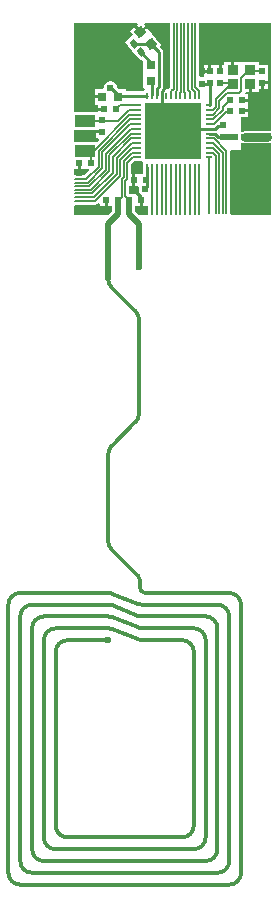
<source format=gtl>
G04 Layer_Physical_Order=1*
G04 Layer_Color=255*
%FSLAX24Y24*%
%MOIN*%
G70*
G01*
G75*
%ADD10C,0.0118*%
%ADD11R,0.0315X0.0295*%
G04:AMPARAMS|DCode=12|XSize=19.7mil|YSize=25.6mil|CornerRadius=0mil|HoleSize=0mil|Usage=FLASHONLY|Rotation=40.000|XOffset=0mil|YOffset=0mil|HoleType=Round|Shape=Rectangle|*
%AMROTATEDRECTD12*
4,1,4,0.0007,-0.0161,-0.0158,0.0035,-0.0007,0.0161,0.0158,-0.0035,0.0007,-0.0161,0.0*
%
%ADD12ROTATEDRECTD12*%

G04:AMPARAMS|DCode=13|XSize=31.5mil|YSize=29.5mil|CornerRadius=0mil|HoleSize=0mil|Usage=FLASHONLY|Rotation=40.000|XOffset=0mil|YOffset=0mil|HoleType=Round|Shape=Rectangle|*
%AMROTATEDRECTD13*
4,1,4,-0.0026,-0.0214,-0.0216,0.0012,0.0026,0.0214,0.0216,-0.0012,-0.0026,-0.0214,0.0*
%
%ADD13ROTATEDRECTD13*%

%ADD14C,0.0039*%
%ADD15R,0.0300X0.0300*%
%ADD16R,0.0197X0.0236*%
%ADD17R,0.0236X0.0197*%
%ADD18R,0.0709X0.0394*%
%ADD19R,0.0295X0.0315*%
%ADD20R,0.1850X0.1850*%
%ADD21O,0.0079X0.0256*%
%ADD22O,0.0256X0.0079*%
%ADD23R,0.0256X0.0197*%
%ADD24R,0.0374X0.0335*%
%ADD25C,0.0090*%
%ADD26C,0.0110*%
%ADD27C,0.0197*%
%ADD28C,0.0060*%
%ADD29C,0.0197*%
%ADD30C,0.0118*%
%ADD31C,0.0200*%
%ADD32C,0.0080*%
%ADD33C,0.0150*%
%ADD34C,0.0100*%
%ADD35C,0.0300*%
%ADD36C,0.0240*%
%ADD37C,0.0236*%
%ADD38C,0.0260*%
G36*
X-3087Y-1258D02*
X-2818D01*
X-2799Y-1305D01*
X-2954Y-1460D01*
X-3290D01*
X-3300Y-1450D01*
Y-1258D01*
X-3187D01*
Y-1060D01*
X-3087D01*
Y-1258D01*
D02*
G37*
G36*
X-1025Y-1025D02*
X-1003Y-1075D01*
X-1004Y-1080D01*
X-1006Y-1102D01*
Y-1152D01*
X-1010Y-1168D01*
X-1012Y-1191D01*
Y-1412D01*
X-1267D01*
Y-1610D01*
Y-1808D01*
X-1181D01*
X-1164Y-1825D01*
X-1148Y-1858D01*
X-1153Y-1873D01*
X-1159Y-1901D01*
X-1160Y-1930D01*
X-1159Y-1959D01*
X-1153Y-1987D01*
X-1144Y-2014D01*
X-1131Y-2040D01*
X-1123Y-2052D01*
X-1138Y-2089D01*
X-1149Y-2102D01*
X-1460D01*
X-1467Y-2101D01*
X-1470Y-2099D01*
Y-1808D01*
X-1367D01*
Y-1610D01*
Y-1412D01*
X-1398D01*
Y-1096D01*
X-1305Y-1003D01*
X-1301Y-1004D01*
X-1280Y-1006D01*
X-1102D01*
X-1080Y-1004D01*
X-1075Y-1003D01*
X-1025Y-1025D01*
D02*
G37*
G36*
X-2187Y-2498D02*
X-2042D01*
Y-2676D01*
X-2166Y-2800D01*
X-3300D01*
Y-2486D01*
X-3250Y-2440D01*
X-2600D01*
X-2580Y-2439D01*
X-2560Y-2434D01*
X-2541Y-2426D01*
X-2523Y-2415D01*
X-2508Y-2402D01*
X-2501Y-2396D01*
X-2455Y-2415D01*
Y-2498D01*
X-2287D01*
Y-2300D01*
X-2187D01*
Y-2498D01*
D02*
G37*
G36*
X2323Y-383D02*
X2348Y-391D01*
X2374Y-396D01*
X2400Y-398D01*
X3137D01*
X3144Y-397D01*
X3249D01*
Y-2800D01*
X1939D01*
X1933Y-2797D01*
X1907Y-2768D01*
X1899Y-2750D01*
X1900Y-2738D01*
Y-663D01*
X1944Y-630D01*
X2250D01*
Y-448D01*
X2251Y-398D01*
X2300Y-371D01*
X2323Y-383D01*
D02*
G37*
G36*
X-1023Y-2498D02*
X-855D01*
X-839Y-2542D01*
Y-2740D01*
X-838Y-2750D01*
X-852Y-2775D01*
X-873Y-2798D01*
X-879Y-2800D01*
X-1154D01*
X-1268Y-2686D01*
Y-2498D01*
X-1123D01*
Y-2300D01*
X-1023D01*
Y-2498D01*
D02*
G37*
G36*
X-120Y1474D02*
X-171Y1424D01*
X-184Y1409D01*
X-193Y1412D01*
X-214Y1418D01*
X-236Y1419D01*
X-258Y1418D01*
X-279Y1412D01*
X-300Y1404D01*
X-308Y1399D01*
X-337Y1414D01*
X-346Y1427D01*
X-339Y1450D01*
X-334Y1472D01*
X-332Y1495D01*
Y2627D01*
X-334Y2650D01*
X-339Y2672D01*
X-348Y2693D01*
X-360Y2713D01*
X-375Y2730D01*
X-445Y2800D01*
X-443Y2850D01*
X-402Y2884D01*
X-712Y3253D01*
X-721Y3264D01*
X-744Y3291D01*
X-776Y3330D01*
X-871Y3443D01*
X-1068Y3277D01*
X-1101Y3316D01*
X-1139Y3283D01*
X-1298Y3473D01*
X-1457Y3340D01*
X-1338Y3198D01*
X-1618Y2962D01*
X-1378Y2676D01*
X-1085Y2327D01*
X-1037Y2367D01*
X-997Y2327D01*
Y1970D01*
X-997D01*
Y1934D01*
X-997D01*
Y1439D01*
X-969D01*
X-954Y1405D01*
X-953Y1389D01*
X-965Y1378D01*
X-979Y1362D01*
X-991Y1343D01*
X-998Y1327D01*
X-1587D01*
Y1407D01*
X-1820D01*
X-1879Y1467D01*
X-1880Y1476D01*
X-1885Y1505D01*
X-1895Y1532D01*
X-1908Y1558D01*
X-1924Y1582D01*
X-1943Y1604D01*
X-1964Y1623D01*
X-1988Y1639D01*
X-2014Y1651D01*
X-2041Y1661D01*
X-2070Y1666D01*
X-2098Y1668D01*
X-2127Y1666D01*
X-2155Y1661D01*
X-2183Y1651D01*
X-2209Y1639D01*
X-2233Y1623D01*
X-2254Y1604D01*
X-2273Y1582D01*
X-2289Y1558D01*
X-2302Y1532D01*
X-2311Y1505D01*
X-2317Y1476D01*
X-2319Y1448D01*
X-2363Y1407D01*
X-2613D01*
Y1200D01*
X-2366D01*
Y1100D01*
X-2613D01*
Y893D01*
X-2515D01*
Y790D01*
X-2297D01*
Y690D01*
X-2515D01*
Y639D01*
X-3300D01*
Y3610D01*
X-1208D01*
X-1191Y3563D01*
X-1221Y3537D01*
X-1094Y3386D01*
X-935Y3519D01*
X-973Y3564D01*
X-952Y3610D01*
X-120D01*
Y1474D01*
D02*
G37*
G36*
X3249Y3D02*
X3144D01*
X3137Y3D01*
X2400D01*
X2374Y1D01*
X2348Y-4D01*
X2323Y-12D01*
X2300Y-24D01*
X2258Y-5D01*
X2250Y3D01*
Y482D01*
X2495D01*
Y630D01*
X2277D01*
Y730D01*
X2495D01*
Y832D01*
X2495D01*
Y980D01*
X2277D01*
Y1080D01*
X2495D01*
Y1228D01*
X2403D01*
X2384Y1260D01*
X2380Y1273D01*
X2408Y1316D01*
X2505D01*
Y1584D01*
X2605D01*
Y1316D01*
X2842D01*
Y1395D01*
X2920D01*
Y1613D01*
X2970D01*
Y1663D01*
X3168D01*
Y1789D01*
Y2225D01*
X2842D01*
Y2304D01*
X2035D01*
Y2036D01*
X1935D01*
Y2304D01*
X1698D01*
Y2225D01*
X1620D01*
Y2007D01*
X1520D01*
Y2225D01*
X1270D01*
Y2007D01*
X1220D01*
Y1957D01*
X1022D01*
Y1837D01*
X1017Y1829D01*
X972Y1798D01*
X969Y1799D01*
X940Y1800D01*
X911Y1799D01*
X910Y1798D01*
X860Y1833D01*
Y3610D01*
X3249D01*
Y3D01*
D02*
G37*
G36*
X-2578Y33D02*
X-2380D01*
Y-67D01*
X-2578D01*
Y-235D01*
X-2501D01*
X-2482Y-281D01*
X-2546Y-345D01*
X-3300D01*
Y45D01*
X-2578D01*
Y33D01*
D02*
G37*
%LPC*%
G36*
X1170Y2225D02*
X1022D01*
Y2057D01*
X1170D01*
Y2225D01*
D02*
G37*
G36*
X3168Y1563D02*
X3020D01*
Y1395D01*
X3168D01*
Y1563D01*
D02*
G37*
%LPD*%
D10*
X-5104Y-15385D02*
G03*
X-5498Y-15779I0J-394D01*
G01*
X-4710D02*
G03*
X-5104Y-16173I0J-394D01*
G01*
X-4317Y-16173D02*
G03*
X-4710Y-16566I0J-394D01*
G01*
X-3923D02*
G03*
X-4317Y-16960I0J-394D01*
G01*
X-3529D02*
G03*
X-3923Y-17354I0J-394D01*
G01*
X290Y-23535D02*
G03*
X684Y-23141I0J394D01*
G01*
Y-23929D02*
G03*
X1077Y-23535I0J394D01*
G01*
Y-24322D02*
G03*
X1471Y-23929I0J394D01*
G01*
X1471Y-24716D02*
G03*
X1865Y-24322I0J394D01*
G01*
X1865Y-25110D02*
G03*
X2258Y-24716I0J394D01*
G01*
Y-15779D02*
G03*
X1865Y-15385I-394J0D01*
G01*
X1865Y-16173D02*
G03*
X1471Y-15779I-394J0D01*
G01*
X1471Y-16566D02*
G03*
X1077Y-16173I-394J0D01*
G01*
Y-16960D02*
G03*
X684Y-16566I-394J0D01*
G01*
Y-17354D02*
G03*
X290Y-16960I-394J0D01*
G01*
X-5498Y-24716D02*
G03*
X-5104Y-25110I394J0D01*
G01*
Y-24322D02*
G03*
X-4710Y-24716I394J0D01*
G01*
Y-23929D02*
G03*
X-4317Y-24322I394J0D01*
G01*
Y-23535D02*
G03*
X-3923Y-23929I394J0D01*
G01*
Y-23141D02*
G03*
X-3529Y-23535I394J0D01*
G01*
X-1192Y-15750D02*
G03*
X-1045Y-15779I147J365D01*
G01*
X-1192Y-16144D02*
G03*
X-1045Y-16173I147J365D01*
G01*
X-1192Y-16538D02*
G03*
X-1045Y-16566I147J365D01*
G01*
X-1192Y-16932D02*
G03*
X-1045Y-16960I147J365D01*
G01*
X-1120Y-15208D02*
G03*
X-943Y-15385I177J0D01*
G01*
X-1120Y-14950D02*
G03*
X-1173Y-14821I-183J0D01*
G01*
X-2169Y-13671D02*
G03*
X-2055Y-13946I390J0D01*
G01*
X-1147Y-6271D02*
G03*
X-1262Y-5993I-394J0D01*
G01*
Y-9699D02*
G03*
X-1147Y-9421I-278J278D01*
G01*
X-2063Y-10500D02*
G03*
X-2171Y-10759I259J-259D01*
G01*
Y-4933D02*
G03*
X-2056Y-5211I394J0D01*
G01*
X-5104Y-16173D02*
Y-16173D01*
X1865Y-24322D02*
X1865Y-24322D01*
X1845Y-15385D02*
X1865D01*
X-1120Y-15208D02*
Y-15171D01*
Y-14956D02*
Y-14950D01*
X-2055Y-13946D02*
X-2033Y-13968D01*
X-1147Y-9421D02*
Y-9421D01*
X-2063Y-10500D02*
X-2044Y-10481D01*
D11*
X-740Y1686D02*
D03*
Y2218D02*
D03*
D12*
X-1320Y2915D02*
D03*
X-1080Y2629D02*
D03*
D13*
X-759Y2908D02*
D03*
X-1101Y3316D02*
D03*
D14*
X-1145Y-3090D02*
D03*
X-2175D02*
D03*
D15*
X3137Y-197D02*
D03*
D16*
X-2380Y377D02*
D03*
Y-17D02*
D03*
X1220Y1613D02*
D03*
Y2007D02*
D03*
X1650Y197D02*
D03*
Y-197D02*
D03*
X1570Y1613D02*
D03*
Y2007D02*
D03*
X2970Y2007D02*
D03*
Y1613D02*
D03*
D17*
X-2743Y-1060D02*
D03*
X-3137D02*
D03*
X1883Y1030D02*
D03*
X2277D02*
D03*
X2277Y680D02*
D03*
X1883D02*
D03*
X-923Y-1610D02*
D03*
X-1317D02*
D03*
X-1903Y740D02*
D03*
X-2297D02*
D03*
X-1843Y-2300D02*
D03*
X-2237D02*
D03*
X-1073D02*
D03*
X-1467D02*
D03*
D18*
X-2940Y-642D02*
D03*
Y342D02*
D03*
D19*
X-2366Y1150D02*
D03*
X-1834D02*
D03*
D20*
X0Y0D02*
D03*
D21*
X-866Y1191D02*
D03*
X-709D02*
D03*
X-551D02*
D03*
X-394D02*
D03*
X-236D02*
D03*
X-79D02*
D03*
X79D02*
D03*
X236D02*
D03*
X394D02*
D03*
X551D02*
D03*
X709D02*
D03*
X866D02*
D03*
Y-1191D02*
D03*
X709D02*
D03*
X551D02*
D03*
X394D02*
D03*
X236D02*
D03*
X79D02*
D03*
X-79D02*
D03*
X-236D02*
D03*
X-394D02*
D03*
X-551D02*
D03*
X-709D02*
D03*
X-866D02*
D03*
D22*
X1191Y866D02*
D03*
Y709D02*
D03*
Y551D02*
D03*
Y394D02*
D03*
Y236D02*
D03*
Y79D02*
D03*
Y-79D02*
D03*
Y-236D02*
D03*
Y-394D02*
D03*
Y-551D02*
D03*
Y-709D02*
D03*
Y-866D02*
D03*
X-1191D02*
D03*
Y-709D02*
D03*
Y-551D02*
D03*
Y-394D02*
D03*
Y-236D02*
D03*
Y-79D02*
D03*
Y79D02*
D03*
Y236D02*
D03*
Y394D02*
D03*
Y551D02*
D03*
Y709D02*
D03*
Y866D02*
D03*
D23*
X2397Y-200D02*
D03*
X2023D02*
D03*
D24*
X2555Y1584D02*
D03*
Y2036D02*
D03*
X1985D02*
D03*
Y1584D02*
D03*
D25*
X-709Y1203D02*
Y1655D01*
X-551Y1421D02*
X-478Y1495D01*
Y2627D01*
X-759Y2908D02*
X-478Y2627D01*
X-551Y1203D02*
Y1421D01*
X-1320Y2915D02*
X-766D01*
X-394Y1191D02*
Y1346D01*
X-320Y1420D01*
Y1590D01*
X-1310Y-1940D02*
X-1073Y-2177D01*
Y-2300D02*
Y-2177D01*
X243Y80D02*
X1378D01*
X1491Y193D02*
X1653D01*
X1378Y80D02*
X1491Y193D01*
X1500Y-201D02*
X1653D01*
X1378Y-79D02*
X1500Y-201D01*
X1191Y-79D02*
X1378D01*
X-1833Y1215D02*
X-1799Y1181D01*
X-2066Y1448D02*
X-1833Y1215D01*
X-1799Y1181D02*
X-870D01*
X-2098Y1448D02*
X-2066D01*
X-866Y-1856D02*
Y-1191D01*
X-940Y-1930D02*
X-866Y-1856D01*
X-394Y866D02*
Y1191D01*
D26*
X-1080Y2629D02*
X-740Y2289D01*
Y2218D02*
Y2289D01*
D27*
X-1467Y-2768D02*
Y-2300D01*
Y-2768D02*
X-1145Y-3090D01*
X-2175D02*
X-2171Y-4933D01*
X-1147Y-4539D02*
X-1145Y-3090D01*
D28*
X-1600Y-2167D02*
X-1467Y-2300D01*
X-1840Y-2300D02*
X-1720Y-2180D01*
Y-1600D01*
X-1649Y-1528D01*
X-1844Y342D02*
X-1477Y709D01*
X-2940Y342D02*
X-1844D01*
X-2940Y-642D02*
X-2743Y-839D01*
Y-1060D02*
Y-839D01*
X-1529Y-1042D02*
X-1353Y-866D01*
X-1191D01*
X-551Y-2740D02*
Y-1191D01*
X-79Y-2740D02*
Y-1191D01*
X79Y-2740D02*
Y-1191D01*
X236Y-2740D02*
Y-1191D01*
X394Y-2740D02*
Y-1191D01*
X551Y-2740D02*
Y-1191D01*
X709Y-2740D02*
Y-1191D01*
X1550Y1613D02*
X1927D01*
X2005Y1534D01*
X866Y1191D02*
Y1336D01*
X730Y1472D02*
Y3620D01*
Y1472D02*
X866Y1336D01*
X709Y1191D02*
Y1324D01*
X610Y1423D02*
Y3620D01*
Y1423D02*
X709Y1324D01*
X551Y1191D02*
Y1312D01*
X490Y1373D02*
Y3620D01*
Y1373D02*
X551Y1312D01*
X394Y1191D02*
Y1299D01*
X370Y1323D02*
Y3620D01*
Y1323D02*
X394Y1299D01*
X236Y1307D02*
X250Y1321D01*
X236Y1191D02*
Y1307D01*
X250Y1321D02*
Y3620D01*
X130Y1371D02*
Y3620D01*
X79Y1319D02*
X130Y1371D01*
X79Y1191D02*
Y1319D01*
X10Y1420D02*
Y3620D01*
X-79Y1332D02*
X10Y1420D01*
X-79Y1191D02*
Y1332D01*
X1529Y762D02*
Y1025D01*
X1650Y-2738D02*
Y-713D01*
X1191Y-551D02*
X1319D01*
X1529Y-2738D02*
Y-762D01*
X866Y-2740D02*
Y-1191D01*
X1343Y236D02*
X1787Y680D01*
X1191Y236D02*
X1343D01*
X1650Y713D02*
X1650Y812D01*
X1331Y394D02*
X1650Y713D01*
X1191Y394D02*
X1331D01*
X1319Y551D02*
X1529Y762D01*
X1191Y551D02*
X1319D01*
X1305Y709D02*
X1409Y813D01*
X1191Y709D02*
X1305D01*
X1787Y680D02*
X1890D01*
X1650Y812D02*
X1841Y1002D01*
X1770Y-2738D02*
Y-663D01*
X1191Y-394D02*
X1331D01*
X1191Y-236D02*
X1343D01*
X-394Y-2740D02*
Y-1191D01*
X-236Y-2740D02*
Y-1191D01*
X-709Y-2740D02*
Y-1191D01*
X1343Y-236D02*
X1770Y-663D01*
X1331Y-394D02*
X1650Y-713D01*
X1319Y-551D02*
X1529Y-762D01*
X-1389Y-394D02*
X-1191D01*
X-1401Y-236D02*
X-1191D01*
X-2009Y-843D02*
X-1401Y-236D01*
X-1365Y-709D02*
X-1191D01*
X-1649Y-992D02*
X-1365Y-709D01*
X-1377Y-551D02*
X-1191D01*
X-1414Y-79D02*
X-1191D01*
X-2129Y-794D02*
X-1414Y-79D01*
X-1427Y79D02*
X-1191D01*
X-1440Y236D02*
X-1191D01*
X-1452Y394D02*
X-1191D01*
X-1465Y551D02*
X-1191D01*
X-1477Y709D02*
X-1191D01*
X1191Y-2738D02*
Y-866D01*
X1409Y-2738D02*
Y-813D01*
X1305Y-709D02*
X1409Y-813D01*
X1191Y-709D02*
X1305D01*
X2487Y2007D02*
X2970D01*
X2270Y1350D02*
Y1790D01*
X2487Y2007D01*
X1894Y1560D02*
X1980D01*
X1409Y813D02*
Y1074D01*
X1894Y1560D01*
X1529Y1025D02*
X1784Y1280D01*
X2200D01*
X2270Y1350D01*
X-3290Y-1590D02*
X-2900D01*
X-3290Y-1710D02*
X-2850D01*
X-3290Y-1830D02*
X-2801D01*
X-3290Y-1950D02*
X-2751D01*
X-1769Y-943D02*
X-1377Y-551D01*
X-1889Y-893D02*
X-1389Y-394D01*
X-2940Y-642D02*
X-2658D01*
X-1465Y551D01*
X-2490Y-644D02*
X-1452Y394D01*
X-2370Y-694D02*
X-1440Y236D01*
X-2250Y-910D02*
X-2250Y-910D01*
Y-744D01*
X-1427Y79D01*
X-3290Y-2070D02*
X-2700D01*
X-3290Y-2190D02*
X-2650D01*
X-3290Y-2310D02*
X-2600D01*
X-1649Y-1528D02*
Y-1440D01*
X-1649D02*
Y-992D01*
X-2900Y-1590D02*
X-2490Y-1180D01*
Y-644D01*
X-2850Y-1710D02*
X-2370Y-1230D01*
Y-694D01*
X-2801Y-1830D02*
X-2250Y-1279D01*
Y-910D01*
X-2751Y-1950D02*
X-2130Y-1329D01*
Y-1001D01*
X-2129Y-1000D01*
Y-794D01*
X-2700Y-2070D02*
X-2009Y-1379D01*
Y-843D01*
X-2650Y-2190D02*
X-1889Y-1429D01*
Y-893D01*
X-2600Y-2310D02*
X-1769Y-1479D01*
Y-943D01*
X-1600Y-1650D02*
X-1529Y-1579D01*
X-1600Y-2167D02*
Y-1650D01*
X-1529Y-1579D02*
Y-1042D01*
D29*
X-1843Y-2758D02*
Y-2300D01*
X-2175Y-3090D02*
X-1843Y-2758D01*
D30*
X-2076Y-16585D02*
X-2050Y-16594D01*
X-2102Y-16577D02*
X-2076Y-16585D01*
X-2129Y-16572D02*
X-2102Y-16577D01*
X-2157Y-16568D02*
X-2129Y-16572D01*
X-2184Y-16567D02*
X-2157Y-16568D01*
X-2194Y-16566D02*
X-2184Y-16567D01*
X-2076Y-16191D02*
X-2050Y-16200D01*
X-2102Y-16184D02*
X-2076Y-16191D01*
X-2129Y-16178D02*
X-2102Y-16184D01*
X-2157Y-16175D02*
X-2129Y-16178D01*
X-2184Y-16173D02*
X-2157Y-16175D01*
X-2194Y-16173D02*
X-2184Y-16173D01*
X-2076Y-15797D02*
X-2050Y-15806D01*
X-2102Y-15790D02*
X-2076Y-15797D01*
X-2129Y-15784D02*
X-2102Y-15790D01*
X-2157Y-15781D02*
X-2129Y-15784D01*
X-2184Y-15779D02*
X-2157Y-15781D01*
X-2194Y-15779D02*
X-2184Y-15779D01*
X-2076Y-15404D02*
X-2050Y-15413D01*
X-2102Y-15396D02*
X-2076Y-15404D01*
X-2129Y-15391D02*
X-2102Y-15396D01*
X-2157Y-15387D02*
X-2129Y-15391D01*
X-2184Y-15385D02*
X-2157Y-15387D01*
X-2194Y-15385D02*
X-2184Y-15385D01*
X-2044Y-10481D02*
X-1262Y-9699D01*
X-1147Y-6271D02*
X-1147Y-9421D01*
X-2056Y-5211D02*
X-1262Y-5993D01*
X-2171Y-10759D02*
X-2169Y-13671D01*
X-2050Y-16594D02*
X-1189Y-16933D01*
X-2050Y-16200D02*
X-1189Y-16539D01*
X-4710Y-16566D02*
X-4710Y-23929D01*
X-4317Y-23535D02*
Y-16960D01*
X-3923Y-23141D02*
Y-17354D01*
X-4317Y-24322D02*
X1077D01*
X-3923Y-23929D02*
X684D01*
X-3529Y-23535D02*
X290D01*
X684Y-23141D02*
Y-17354D01*
X1077Y-23535D02*
Y-16960D01*
X1471Y-16566D02*
X1471Y-23929D01*
X-1045Y-16960D02*
X290D01*
X-1045Y-16566D02*
X684D01*
X-3529Y-16960D02*
X-2171D01*
X-3923Y-16566D02*
X-2194D01*
X-4317Y-16173D02*
X-2194D01*
X-1045D02*
X1077D01*
X-2050Y-15806D02*
X-1189Y-16145D01*
X-4710Y-15779D02*
X-2194D01*
X-5104Y-24322D02*
Y-16173D01*
X-4710Y-24716D02*
X1471D01*
X1865Y-16173D02*
X1865Y-24322D01*
X-1045Y-15779D02*
X1471D01*
X-2050Y-15413D02*
X-1189Y-15752D01*
X-5104Y-15385D02*
X-2194D01*
X-5498Y-24716D02*
Y-15779D01*
X-5104Y-25110D02*
X1865Y-25110D01*
X2258Y-24716D02*
Y-15779D01*
X-943Y-15385D02*
X1845D01*
X-1120Y-15171D02*
Y-14956D01*
X-2033Y-13968D02*
X-1173Y-14821D01*
D31*
X1650Y-199D02*
X2003D01*
D32*
X-1902Y748D02*
X-1783Y866D01*
X-1191D01*
D33*
X-1833Y1148D02*
Y1215D01*
X-969Y-1930D02*
X-940D01*
D34*
X947Y1573D02*
X1220D01*
X940Y1580D02*
X947Y1573D01*
X1220Y895D02*
Y1573D01*
X1191Y866D02*
X1220Y895D01*
D35*
X2400Y-197D02*
X3137D01*
D36*
X980Y3490D02*
D03*
X3130D02*
D03*
X-240Y1590D02*
D03*
X-2130Y2920D02*
D03*
X-3160D02*
D03*
X-2070Y1790D02*
D03*
X-270Y2920D02*
D03*
X-240Y3490D02*
D03*
X-1530D02*
D03*
X-3160D02*
D03*
X-1150Y1560D02*
D03*
X-2790Y-80D02*
D03*
X3130Y-1690D02*
D03*
X2030D02*
D03*
X3130Y-530D02*
D03*
X2400D02*
D03*
X3130Y140D02*
D03*
X2950Y1280D02*
D03*
X1940Y2410D02*
D03*
X3130Y2920D02*
D03*
X940Y2010D02*
D03*
X1550Y2340D02*
D03*
X1220D02*
D03*
X980Y2920D02*
D03*
X-3160Y1490D02*
D03*
X-2098Y1448D02*
D03*
X-2720Y1150D02*
D03*
X940Y1580D02*
D03*
X-1310Y-1940D02*
D03*
X2750Y-940D02*
D03*
X-940Y-1930D02*
D03*
X-1180Y-1181D02*
D03*
X-2620Y750D02*
D03*
X2590Y680D02*
D03*
Y1010D02*
D03*
X2372Y138D02*
D03*
X-3160Y-1380D02*
D03*
X-2240Y-2610D02*
D03*
X-1070D02*
D03*
X-3160D02*
D03*
X2020D02*
D03*
X3130D02*
D03*
D37*
X-1147Y-4539D02*
D03*
X-2171Y-16960D02*
D03*
D38*
X709Y-709D02*
D03*
X236D02*
D03*
X-236D02*
D03*
X-709D02*
D03*
X709Y-236D02*
D03*
X236D02*
D03*
X-236D02*
D03*
X-709D02*
D03*
X709Y236D02*
D03*
X236D02*
D03*
X-236D02*
D03*
X-709D02*
D03*
X709Y709D02*
D03*
X236D02*
D03*
X-236D02*
D03*
X-709D02*
D03*
M02*

</source>
